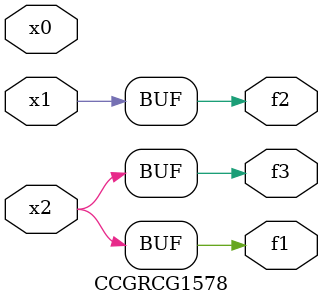
<source format=v>
module CCGRCG1578(
	input x0, x1, x2,
	output f1, f2, f3
);
	assign f1 = x2;
	assign f2 = x1;
	assign f3 = x2;
endmodule

</source>
